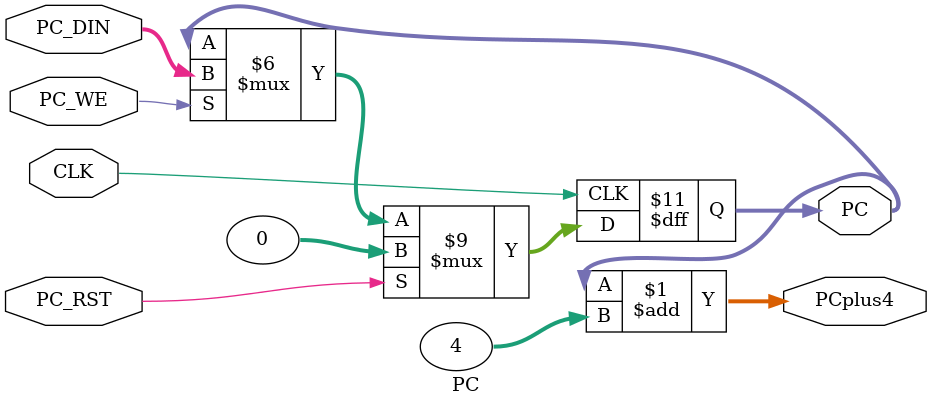
<source format=sv>
`timescale 1ns / 1ps


module PC(
    input PC_RST,
    input PC_WE,
    input [31:0] PC_DIN,
    input CLK,
    output logic [31:0] PC,
    output logic [31:0] PCplus4
    );
    
  
    assign PCplus4 = PC + 4;
    
    
    always_ff @(posedge CLK) begin
    if(PC_RST)
        PC <= 32'h00000000;
    else if(PC_WE)
        PC <= PC_DIN;
    else if(~PC_WE)
        PC <= PC;
    end   
    

     
endmodule

</source>
